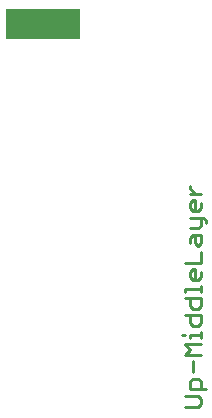
<source format=gtl>
G75*
%MOIN*%
%OFA0B0*%
%FSLAX25Y25*%
%IPPOS*%
%LPD*%
%AMOC8*
5,1,8,0,0,1.08239X$1,22.5*
%
%ADD10C,0.00900*%
%ADD11R,0.25000X0.10000*%
D10*
X0191228Y0167564D02*
X0195690Y0167564D01*
X0196583Y0168456D01*
X0196583Y0170241D01*
X0195690Y0171133D01*
X0191228Y0171133D01*
X0193013Y0173318D02*
X0193013Y0175996D01*
X0193905Y0176888D01*
X0195690Y0176888D01*
X0196583Y0175996D01*
X0196583Y0173318D01*
X0198367Y0173318D02*
X0193013Y0173318D01*
X0193905Y0179073D02*
X0193905Y0182643D01*
X0191228Y0184828D02*
X0193013Y0186613D01*
X0191228Y0188398D01*
X0196583Y0188398D01*
X0196583Y0190583D02*
X0196583Y0192368D01*
X0196583Y0191476D02*
X0193013Y0191476D01*
X0193013Y0190583D01*
X0191228Y0191476D02*
X0190336Y0191476D01*
X0193905Y0194420D02*
X0193013Y0195312D01*
X0193013Y0197990D01*
X0191228Y0197990D02*
X0196583Y0197990D01*
X0196583Y0195312D01*
X0195690Y0194420D01*
X0193905Y0194420D01*
X0193905Y0200175D02*
X0193013Y0201067D01*
X0193013Y0203744D01*
X0191228Y0203744D02*
X0196583Y0203744D01*
X0196583Y0201067D01*
X0195690Y0200175D01*
X0193905Y0200175D01*
X0191228Y0205930D02*
X0191228Y0206822D01*
X0196583Y0206822D01*
X0196583Y0205930D02*
X0196583Y0207714D01*
X0195690Y0209766D02*
X0193905Y0209766D01*
X0193013Y0210659D01*
X0193013Y0212443D01*
X0193905Y0213336D01*
X0194798Y0213336D01*
X0194798Y0209766D01*
X0195690Y0209766D02*
X0196583Y0210659D01*
X0196583Y0212443D01*
X0196583Y0215521D02*
X0191228Y0215521D01*
X0196583Y0215521D02*
X0196583Y0219091D01*
X0195690Y0221276D02*
X0194798Y0222168D01*
X0194798Y0224846D01*
X0193905Y0224846D02*
X0196583Y0224846D01*
X0196583Y0222168D01*
X0195690Y0221276D01*
X0193013Y0222168D02*
X0193013Y0223953D01*
X0193905Y0224846D01*
X0193013Y0227031D02*
X0195690Y0227031D01*
X0196583Y0227923D01*
X0196583Y0230601D01*
X0197475Y0230601D02*
X0198367Y0229708D01*
X0198367Y0228816D01*
X0197475Y0230601D02*
X0193013Y0230601D01*
X0193905Y0232786D02*
X0193013Y0233678D01*
X0193013Y0235463D01*
X0193905Y0236356D01*
X0194798Y0236356D01*
X0194798Y0232786D01*
X0195690Y0232786D02*
X0193905Y0232786D01*
X0195690Y0232786D02*
X0196583Y0233678D01*
X0196583Y0235463D01*
X0196583Y0238541D02*
X0193013Y0238541D01*
X0193013Y0240326D02*
X0193013Y0241218D01*
X0193013Y0240326D02*
X0194798Y0238541D01*
X0196583Y0184828D02*
X0191228Y0184828D01*
D11*
X0143908Y0295000D03*
M02*

</source>
